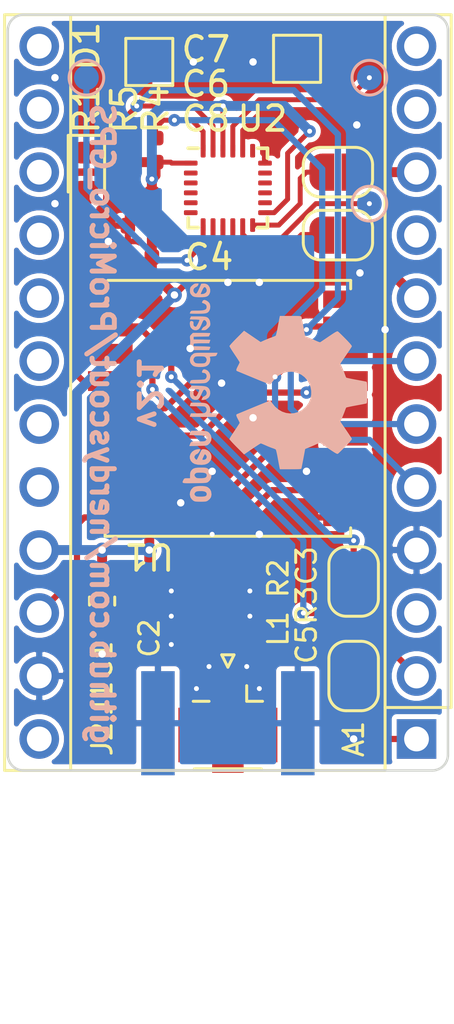
<source format=kicad_pcb>
(kicad_pcb (version 20171130) (host pcbnew 5.1.5-52549c5~84~ubuntu18.04.1)
  (title_block (title ProMicro_GPS) (date 2020-03-05) (rev v2.2) (company https://twitter.com/nerdyscout84) (comment 1 "CERN Open Hardware Licence v1.2") (comment 2 https://github.com/nerdyscout/ProMicro_GPS))
  (layers (0 F.Cu mixed) (31 B.Cu mixed) (34 B.Paste user) (35 F.Paste user hide) (36 B.SilkS user) (37 F.SilkS user) (38 B.Mask user) (39 F.Mask user) (44 Edge.Cuts user))
  (net 0 "")
  (net 1 GND)
  (net 2 +3V3)
  (net 3 "Net-(C3-Pad1)")
  (net 4 "Net-(L1-Pad1)")
  (net 5 "Net-(R2-Pad2)")
  (net 6 Reset)
  (net 7 D4)
  (net 8 "Net-(D1-Pad2)")
  (net 9 "Net-(JP1-Pad2)")
  (net 10 D7)
  (net 11 D5)
  (net 12 D3)
  (net 13 D2)
  (net 14 D0)
  (net 15 D1)
  (net 16 "Net-(C4-Pad1)")
  (net 17 "Net-(C5-Pad1)")
  (net 18 "Net-(JP2-Pad1)")
  (net 19 "Net-(R1-Pad2)")
  (net 20 "Net-(TP1-Pad1)")
  (net 21 "Net-(TP2-Pad1)")
  (net 22 "Net-(TP3-Pad1)")
  (net 23 "Net-(JP3-Pad2)")
  (net 24 "Net-(JP4-Pad2)")
  (module Jumper:SolderJumper-2_P1.3mm_Bridged_RoundedPad1.0x1.5mm (layer F.Cu) (at 135.89 109.22 90)
    (fp_text reference JP4 hide)
    (fp_text value Jumper_NC_Small)
    (fp_poly (pts (xy 0.25 -0.3) (xy -0.25 -0.3) (xy -0.25 0.3) (xy 0.25 0.3)) (layer F.Cu) (width 0))
    (pad 1 smd custom (at -0.65 0 90) (size 1 0.5) (layers F.Cu F.Mask) (net 15 D1) (options (clearance outline) (anchor rect)) (primitives (gr_circle (center 0 0.25) (end 0.5 0.25) (width 0)) (gr_circle (center 0 -0.25) (end 0.5 -0.25) (width 0)) (gr_poly (pts (xy 0 -0.75) (xy 0.5 -0.75) (xy 0.5 0.75) (xy 0 0.75)) (width 0))))
    (pad 2 smd custom (at 0.65 0 90) (size 1 0.5) (layers F.Cu F.Mask) (net 24 "Net-(JP4-Pad2)") (options (clearance outline) (anchor rect)) (primitives (gr_circle (center 0 0.25) (end 0.5 0.25) (width 0)) (gr_circle (center 0 -0.25) (end 0.5 -0.25) (width 0)) (gr_poly (pts (xy 0 -0.75) (xy -0.5 -0.75) (xy -0.5 0.75) (xy 0 0.75)) (width 0))))
  )
  (module Jumper:SolderJumper-2_P1.3mm_Open_RoundedPad1.0x1.5mm (layer F.Cu) (at 135.89 105.41 90)
    (fp_text reference JP3 hide)
    (fp_text value Jumper_NO_Small)
    (pad 2 smd custom (at 0.65 0 90) (size 1 0.5) (layers F.Cu F.Mask) (net 23 "Net-(JP3-Pad2)") (options (clearance outline) (anchor rect)) (primitives (gr_circle (center 0 0.25) (end 0.5 0.25) (width 0)) (gr_circle (center 0 -0.25) (end 0.5 -0.25) (width 0)) (gr_poly (pts (xy 0 -0.75) (xy -0.5 -0.75) (xy -0.5 0.75) (xy 0 0.75)) (width 0))))
    (pad 1 smd custom (at -0.65 0 90) (size 1 0.5) (layers F.Cu F.Mask) (net 14 D0) (options (clearance outline) (anchor rect)) (primitives (gr_circle (center 0 0.25) (end 0.5 0.25) (width 0)) (gr_circle (center 0 -0.25) (end 0.5 -0.25) (width 0)) (gr_poly (pts (xy 0 -0.75) (xy 0.5 -0.75) (xy 0.5 0.75) (xy 0 0.75)) (width 0))))
  )
  (module Module:Sparkfun_Pro_Micro (layer F.Cu) (at 138.43 111.76 180)
    (fp_text reference A1 (at 2.54 0 90) (layer F.SilkS) (effects (font (size 0.8 0.8) (thickness 0.12))))
    (fp_text value Sparkfun_Pro_Micro_3V3 hide)
    (pad 24 thru_hole oval (at 15.24 0 180) (size 1.6 1.6) (drill 1) (layers *.Cu *.Mask))
    (pad 23 thru_hole oval (at 15.24 2.54 180) (size 1.6 1.6) (drill 1) (layers *.Cu *.Mask) (net 1 GND))
    (pad 22 thru_hole oval (at 15.24 5.08 180) (size 1.6 1.6) (drill 1) (layers *.Cu *.Mask) (net 6 Reset))
    (pad 12 thru_hole oval (at 0 27.94 180) (size 1.6 1.6) (drill 1) (layers *.Cu *.Mask))
    (pad 21 thru_hole oval (at 15.24 7.62 180) (size 1.6 1.6) (drill 1) (layers *.Cu *.Mask) (net 2 +3V3))
    (pad 11 thru_hole oval (at 0 25.4 180) (size 1.6 1.6) (drill 1) (layers *.Cu *.Mask))
    (pad 20 thru_hole oval (at 15.24 10.16 180) (size 1.6 1.6) (drill 1) (layers *.Cu *.Mask))
    (pad 10 thru_hole oval (at 0 22.86 180) (size 1.6 1.6) (drill 1) (layers *.Cu *.Mask) (net 10 D7))
    (pad 19 thru_hole oval (at 15.24 12.7 180) (size 1.6 1.6) (drill 1) (layers *.Cu *.Mask))
    (pad 9 thru_hole oval (at 0 20.32 180) (size 1.6 1.6) (drill 1) (layers *.Cu *.Mask))
    (pad 18 thru_hole oval (at 15.24 15.24 180) (size 1.6 1.6) (drill 1) (layers *.Cu *.Mask))
    (pad 8 thru_hole oval (at 0 17.78 180) (size 1.6 1.6) (drill 1) (layers *.Cu *.Mask) (net 11 D5))
    (pad 17 thru_hole oval (at 15.24 17.78 180) (size 1.6 1.6) (drill 1) (layers *.Cu *.Mask))
    (pad 7 thru_hole oval (at 0 15.24 180) (size 1.6 1.6) (drill 1) (layers *.Cu *.Mask) (net 7 D4))
    (pad 16 thru_hole oval (at 15.24 20.32 180) (size 1.6 1.6) (drill 1) (layers *.Cu *.Mask))
    (pad 6 thru_hole oval (at 0 12.7 180) (size 1.6 1.6) (drill 1) (layers *.Cu *.Mask) (net 12 D3))
    (pad 15 thru_hole oval (at 15.24 22.86 180) (size 1.6 1.6) (drill 1) (layers *.Cu *.Mask))
    (pad 5 thru_hole oval (at 0 10.16 180) (size 1.6 1.6) (drill 1) (layers *.Cu *.Mask) (net 13 D2))
    (pad 14 thru_hole oval (at 15.24 25.4 180) (size 1.6 1.6) (drill 1) (layers *.Cu *.Mask))
    (pad 4 thru_hole oval (at 0 7.62 180) (size 1.6 1.6) (drill 1) (layers *.Cu *.Mask) (net 1 GND))
    (pad 13 thru_hole oval (at 15.24 27.94 180) (size 1.6 1.6) (drill 1) (layers *.Cu *.Mask))
    (pad 3 thru_hole oval (at 0 5.08 180) (size 1.6 1.6) (drill 1) (layers *.Cu *.Mask))
    (pad 2 thru_hole oval (at 0 2.54 180) (size 1.6 1.6) (drill 1) (layers *.Cu *.Mask) (net 14 D0))
    (pad 1 thru_hole rect (at 0 0 180) (size 1.6 1.6) (drill 1) (layers *.Cu *.Mask) (net 15 D1))
  )
  (module TestPoint:TestPoint_Pad_1.5x1.5mm (layer F.Cu) (at 133.604 84.328 90)
    (fp_text reference TP5 hide)
    (fp_text value TestPoint)
    (pad 1 smd rect (at 0 0 90) (size 1.5 1.5) (layers F.Cu F.Mask) (net 1 GND))
  )
  (module TestPoint:TestPoint_Pad_1.5x1.5mm (layer F.Cu) (at 127.635 84.455)
    (fp_text reference TP4 hide)
    (fp_text value TestPoint)
    (pad 1 smd rect (at 0 0) (size 1.5 1.5) (layers F.Cu F.Mask) (net 1 GND))
  )
  (module Capacitor_SMD:C_0402_1005Metric (layer F.Cu) (at 127.254 92.329 180)
    (fp_text reference C8 (at -2.667 5.588 180) (layer F.SilkS))
    (fp_text value 100n)
    (pad 2 smd roundrect (at 0.485 0 180) (size 0.59 0.64) (layers F.Cu F.Paste F.Mask) (net 1 GND))
    (pad 1 smd roundrect (at -0.485 0 180) (size 0.59 0.64) (layers F.Cu F.Paste F.Mask) (net 2 +3V3))
  )
  (module Resistor_SMD:R_0402_1005Metric (layer F.Cu) (at 126.619 88.011 90)
    (fp_text reference R5 (at 1.651 0 90) (layer F.SilkS))
    (fp_text value 4k7)
    (pad 2 smd roundrect (at 0.485 0 90) (size 0.59 0.64) (layers F.Cu F.Paste F.Mask) (net 12 D3))
    (pad 1 smd roundrect (at -0.485 0 90) (size 0.59 0.64) (layers F.Cu F.Paste F.Mask) (net 2 +3V3))
  )
  (module Resistor_SMD:R_0402_1005Metric (layer F.Cu) (at 127.889 88.011 90)
    (fp_text reference R4 (at 1.651 0 90) (layer F.SilkS))
    (fp_text value 4k7)
    (pad 2 smd roundrect (at 0.485 0 90) (size 0.59 0.64) (layers F.Cu F.Paste F.Mask) (net 13 D2))
    (pad 1 smd roundrect (at -0.485 0 90) (size 0.59 0.64) (layers F.Cu F.Paste F.Mask) (net 2 +3V3))
  )
  (module Capacitor_SMD:C_0402_1005Metric (layer F.Cu) (at 127.254 89.789 180)
    (fp_text reference C7 (at -2.667 5.842) (layer F.SilkS))
    (fp_text value 100n)
    (pad 2 smd roundrect (at 0.485 0 180) (size 0.59 0.64) (layers F.Cu F.Paste F.Mask) (net 1 GND))
    (pad 1 smd roundrect (at -0.485 0 180) (size 0.59 0.64) (layers F.Cu F.Paste F.Mask) (net 2 +3V3))
  )
  (module Capacitor_SMD:C_0402_1005Metric (layer F.Cu) (at 127.254 91.059 180)
    (fp_text reference C6 (at -2.667 5.715) (layer F.SilkS))
    (fp_text value 10n)
    (pad 2 smd roundrect (at 0.485 0 180) (size 0.59 0.64) (layers F.Cu F.Paste F.Mask) (net 1 GND))
    (pad 1 smd roundrect (at -0.485 0 180) (size 0.59 0.64) (layers F.Cu F.Paste F.Mask) (net 2 +3V3))
  )
  (module Capacitor_SMD:C_0402_1005Metric (layer F.Cu) (at 132.08 92.329)
    (fp_text reference C4 (at -2.032 0) (layer F.SilkS))
    (fp_text value 100n)
    (pad 2 smd roundrect (at 0.485 0) (size 0.59 0.64) (layers F.Cu F.Paste F.Mask) (net 1 GND))
    (pad 1 smd roundrect (at -0.485 0) (size 0.59 0.64) (layers F.Cu F.Paste F.Mask) (net 16 "Net-(C4-Pad1)"))
  )
  (module TestPoint:TestPoint_Pad_D1.0mm (layer B.Cu) (at 125.095 85.09)
    (fp_text reference TP3 hide)
    (fp_text value AUX_SCL)
    (pad 1 smd circle (at 0 0) (size 1 1) (layers B.Cu B.Mask) (net 22 "Net-(TP3-Pad1)"))
  )
  (module TestPoint:TestPoint_Pad_D1.0mm (layer B.Cu) (at 136.525 85.09)
    (fp_text reference TP2 hide)
    (fp_text value AUX_SDA)
    (pad 1 smd circle (at 0 0) (size 1 1) (layers B.Cu B.Mask) (net 21 "Net-(TP2-Pad1)"))
  )
  (module TestPoint:TestPoint_Pad_D1.0mm (layer B.Cu) (at 136.525 90.17)
    (fp_text reference TP1 hide)
    (fp_text value FSYNC)
    (pad 1 smd circle (at 0 0) (size 1 1) (layers B.Cu B.Mask) (net 20 "Net-(TP1-Pad1)"))
  )
  (module Sensor_Motion:InvenSense_QFN-24_3x3mm_P0.4mm (layer F.Cu) (at 130.81 89.535)
    (fp_text reference U2 (at 1.397 -2.794 180) (layer F.SilkS))
    (fp_text value MPU-9250)
    (pad 24 smd roundrect (at -1 -1.5 90) (size 0.55 0.2) (layers F.Cu F.Paste F.Mask) (net 13 D2))
    (pad 23 smd roundrect (at -0.6 -1.5 90) (size 0.55 0.2) (layers F.Cu F.Paste F.Mask) (net 12 D3))
    (pad 22 smd roundrect (at -0.2 -1.5 90) (size 0.55 0.2) (layers F.Cu F.Paste F.Mask) (net 2 +3V3))
    (pad 21 smd roundrect (at 0.2 -1.5 90) (size 0.55 0.2) (layers F.Cu F.Paste F.Mask) (net 21 "Net-(TP2-Pad1)"))
    (pad 20 smd roundrect (at 0.6 -1.5 90) (size 0.55 0.2) (layers F.Cu F.Paste F.Mask) (net 1 GND))
    (pad 19 smd roundrect (at 1 -1.5 90) (size 0.55 0.2) (layers F.Cu F.Paste F.Mask))
    (pad 18 smd roundrect (at 1.5 -1) (size 0.55 0.2) (layers F.Cu F.Paste F.Mask) (net 1 GND))
    (pad 17 smd roundrect (at 1.5 -0.6) (size 0.55 0.2) (layers F.Cu F.Paste F.Mask))
    (pad 16 smd roundrect (at 1.5 -0.2) (size 0.55 0.2) (layers F.Cu F.Paste F.Mask))
    (pad 15 smd roundrect (at 1.5 0.2) (size 0.55 0.2) (layers F.Cu F.Paste F.Mask))
    (pad 14 smd roundrect (at 1.5 0.6) (size 0.55 0.2) (layers F.Cu F.Paste F.Mask))
    (pad 13 smd roundrect (at 1.5 1) (size 0.55 0.2) (layers F.Cu F.Paste F.Mask) (net 2 +3V3))
    (pad 12 smd roundrect (at 1 1.5 90) (size 0.55 0.2) (layers F.Cu F.Paste F.Mask) (net 18 "Net-(JP2-Pad1)"))
    (pad 11 smd roundrect (at 0.6 1.5 90) (size 0.55 0.2) (layers F.Cu F.Paste F.Mask) (net 20 "Net-(TP1-Pad1)"))
    (pad 10 smd roundrect (at 0.2 1.5 90) (size 0.55 0.2) (layers F.Cu F.Paste F.Mask) (net 16 "Net-(C4-Pad1)"))
    (pad 9 smd roundrect (at -0.2 1.5 90) (size 0.55 0.2) (layers F.Cu F.Paste F.Mask) (net 2 +3V3))
    (pad 8 smd roundrect (at -0.6 1.5 90) (size 0.55 0.2) (layers F.Cu F.Paste F.Mask) (net 2 +3V3))
    (pad 7 smd roundrect (at -1 1.5 90) (size 0.55 0.2) (layers F.Cu F.Paste F.Mask) (net 22 "Net-(TP3-Pad1)"))
    (pad 6 smd roundrect (at -1.5 1) (size 0.55 0.2) (layers F.Cu F.Paste F.Mask))
    (pad 5 smd roundrect (at -1.5 0.6) (size 0.55 0.2) (layers F.Cu F.Paste F.Mask))
    (pad 4 smd roundrect (at -1.5 0.2) (size 0.55 0.2) (layers F.Cu F.Paste F.Mask))
    (pad 3 smd roundrect (at -1.5 -0.2) (size 0.55 0.2) (layers F.Cu F.Paste F.Mask))
    (pad 2 smd roundrect (at -1.5 -0.6) (size 0.55 0.2) (layers F.Cu F.Paste F.Mask))
    (pad 1 smd roundrect (at -1.5 -1) (size 0.55 0.2) (layers F.Cu F.Paste F.Mask) (net 2 +3V3))
  )
  (module Symbol:OSHW-Logo2_9.8x8mm_SilkScreen (layer B.Cu) (at 132.715 97.79 90)
    (fp_text reference LOGO1 hide)
    (fp_text value Logo_Open_Hardware_Small hide)
  )
  (module Jumper:SolderJumper-2_P1.3mm_Open_RoundedPad1.0x1.5mm (layer F.Cu) (at 135.255 88.9)
    (fp_text reference JP2 hide)
    (fp_text value SolderJumper_2_Open)
    (pad 2 smd custom (at 0.65 0) (size 1 0.5) (layers F.Cu F.Mask) (net 10 D7) (options (clearance outline) (anchor rect)) (primitives (gr_circle (center 0 0.25) (end 0.5 0.25) (width 0)) (gr_circle (center 0 -0.25) (end 0.5 -0.25) (width 0)) (gr_poly (pts (xy 0 -0.75) (xy -0.5 -0.75) (xy -0.5 0.75) (xy 0 0.75)) (width 0))))
    (pad 1 smd custom (at -0.65 0) (size 1 0.5) (layers F.Cu F.Mask) (net 18 "Net-(JP2-Pad1)") (options (clearance outline) (anchor rect)) (primitives (gr_circle (center 0 0.25) (end 0.5 0.25) (width 0)) (gr_circle (center 0 -0.25) (end 0.5 -0.25) (width 0)) (gr_poly (pts (xy 0 -0.75) (xy 0.5 -0.75) (xy 0.5 0.75) (xy 0 0.75)) (width 0))))
  )
  (module Connector_Coaxial:U.FL_Hirose_U.FL-R-SMT-1_Vertical (layer F.Cu) (at 130.81 111.125 270)
    (fp_text reference J1 (at -1.016 5.08 90) (layer F.SilkS) (effects (font (size 0.8 0.8) (thickness 0.12))))
    (fp_text value uFL)
    (pad 2 smd rect (at 0.475 -1.475 270) (size 2.2 1.05) (layers F.Cu F.Paste F.Mask) (net 1 GND))
    (pad 1 smd rect (at -1.05 0 270) (size 1.05 1) (layers F.Cu F.Paste F.Mask) (net 17 "Net-(C5-Pad1)"))
    (pad 2 smd rect (at 0.475 1.475 270) (size 2.2 1.05) (layers F.Cu F.Paste F.Mask) (net 1 GND))
  )
  (module Capacitor_SMD:C_0402_1005Metric (layer F.Cu) (at 127.635 105.895 270)
    (fp_text reference C2 (at 1.801 0 90) (layer F.SilkS) (effects (font (size 0.8 0.8) (thickness 0.12))))
    (fp_text value 100nF)
    (pad 2 smd roundrect (at 0.485 0 270) (size 0.59 0.64) (layers F.Cu F.Paste F.Mask) (net 1 GND))
    (pad 1 smd roundrect (at -0.485 0 270) (size 0.59 0.64) (layers F.Cu F.Paste F.Mask) (net 2 +3V3))
  )
  (module Resistor_SMD:R_0402_1005Metric (layer F.Cu) (at 125.095 92.075 270)
    (fp_text reference R1 (at -5.715 0 270) (layer F.SilkS))
    (fp_text value 1k)
    (pad 2 smd roundrect (at 0.485 0 270) (size 0.59 0.64) (layers F.Cu F.Paste F.Mask) (net 19 "Net-(R1-Pad2)"))
    (pad 1 smd roundrect (at -0.485 0 270) (size 0.59 0.64) (layers F.Cu F.Paste F.Mask) (net 8 "Net-(D1-Pad2)"))
  )
  (module Jumper:SolderJumper-2_P1.3mm_Open_RoundedPad1.0x1.5mm (layer F.Cu) (at 135.255 91.44 180)
    (fp_text reference JP1 hide)
    (fp_text value SolderJumper_2_Open)
    (pad 2 smd custom (at 0.65 0 180) (size 1 0.5) (layers F.Cu F.Mask) (net 9 "Net-(JP1-Pad2)") (options (clearance outline) (anchor rect)) (primitives (gr_circle (center 0 0.25) (end 0.5 0.25) (width 0)) (gr_circle (center 0 -0.25) (end 0.5 -0.25) (width 0)) (gr_poly (pts (xy 0 -0.75) (xy -0.5 -0.75) (xy -0.5 0.75) (xy 0 0.75)) (width 0))))
    (pad 1 smd custom (at -0.65 0 180) (size 1 0.5) (layers F.Cu F.Mask) (net 11 D5) (options (clearance outline) (anchor rect)) (primitives (gr_circle (center 0 0.25) (end 0.5 0.25) (width 0)) (gr_circle (center 0 -0.25) (end 0.5 -0.25) (width 0)) (gr_poly (pts (xy 0 -0.75) (xy 0.5 -0.75) (xy 0.5 0.75) (xy 0 0.75)) (width 0))))
  )
  (module LED_SMD:LED_0603_1608Metric (layer F.Cu) (at 125.095 88.9 270)
    (fp_text reference D1 (at -5.08 0 90) (layer F.SilkS))
    (fp_text value LED)
    (pad 2 smd roundrect (at 0.7875 0 270) (size 0.875 0.95) (layers F.Cu F.Paste F.Mask) (net 8 "Net-(D1-Pad2)"))
    (pad 1 smd roundrect (at -0.7875 0 270) (size 0.875 0.95) (layers F.Cu F.Paste F.Mask) (net 1 GND))
  )
  (module Capacitor_SMD:C_0603_1608Metric (layer F.Cu) (at 125.73 106.1975 270)
    (fp_text reference C1 (at 2.3875 0 90) (layer F.SilkS) (effects (font (size 0.8 0.8) (thickness 0.12))))
    (fp_text value 4,7µ)
    (pad 2 smd roundrect (at 0.7875 0 270) (size 0.875 0.95) (layers F.Cu F.Paste F.Mask) (net 1 GND))
    (pad 1 smd roundrect (at -0.7875 0 270) (size 0.875 0.95) (layers F.Cu F.Paste F.Mask) (net 2 +3V3))
  )
  (module Resistor_SMD:R_0402_1005Metric (layer F.Cu) (at 129.54 105.26 90)
    (fp_text reference R2 (at -0.023 3.302 90) (layer F.SilkS) (effects (font (size 0.8 0.8) (thickness 0.12))))
    (fp_text value 10)
    (pad 2 smd roundrect (at 0.485 0 90) (size 0.59 0.64) (layers F.Cu F.Paste F.Mask) (net 5 "Net-(R2-Pad2)"))
    (pad 1 smd roundrect (at -0.485 0 90) (size 0.59 0.64) (layers F.Cu F.Paste F.Mask) (net 4 "Net-(L1-Pad1)"))
  )
  (module Inductor_SMD:L_0402_1005Metric (layer F.Cu) (at 129.54 107.465 270)
    (fp_text reference L1 (at -0.15 -3.302 90) (layer F.SilkS) (effects (font (size 0.8 0.8) (thickness 0.12))))
    (fp_text value 27n)
    (pad 2 smd roundrect (at 0.485 0 270) (size 0.59 0.64) (layers F.Cu F.Paste F.Mask) (net 17 "Net-(C5-Pad1)"))
    (pad 1 smd roundrect (at -0.485 0 270) (size 0.59 0.64) (layers F.Cu F.Paste F.Mask) (net 4 "Net-(L1-Pad1)"))
  )
  (module Resistor_SMD:R_0402_1005Metric (layer F.Cu) (at 130.81 106.3625 90)
    (fp_text reference R3 (at 0 3.175 90) (layer F.SilkS) (effects (font (size 0.8 0.8) (thickness 0.12))))
    (fp_text value 0)
    (pad 2 smd roundrect (at 0.485 0 90) (size 0.59 0.64) (layers F.Cu F.Paste F.Mask) (net 3 "Net-(C3-Pad1)"))
    (pad 1 smd roundrect (at -0.485 0 90) (size 0.59 0.64) (layers F.Cu F.Paste F.Mask) (net 17 "Net-(C5-Pad1)"))
  )
  (module Capacitor_SMD:C_0402_1005Metric (layer F.Cu) (at 131.295 107.95)
    (fp_text reference C5 (at 2.69 0 90) (layer F.SilkS) (effects (font (size 0.8 0.8) (thickness 0.12))))
    (fp_text value DNP hide)
    (pad 2 smd roundrect (at 0.485 0) (size 0.59 0.64) (layers F.Cu F.Paste F.Mask) (net 1 GND))
    (pad 1 smd roundrect (at -0.485 0) (size 0.59 0.64) (layers F.Cu F.Paste F.Mask) (net 17 "Net-(C5-Pad1)"))
  )
  (module Capacitor_SMD:C_0402_1005Metric (layer F.Cu) (at 131.295 104.775)
    (fp_text reference C3 (at 2.69 0 90) (layer F.SilkS) (effects (font (size 0.8 0.8) (thickness 0.12))))
    (fp_text value DNP hide)
    (pad 2 smd roundrect (at 0.485 0) (size 0.59 0.64) (layers F.Cu F.Paste F.Mask) (net 1 GND))
    (pad 1 smd roundrect (at -0.485 0) (size 0.59 0.64) (layers F.Cu F.Paste F.Mask) (net 3 "Net-(C3-Pad1)"))
  )
  (module Connector_Coaxial:SMA_Samtec_SMA-J-P-H-ST-EM1_EdgeMount (layer F.Cu) (at 130.81 111.125 270)
    (fp_text reference J2 (at 0.635 5.08 90) (layer F.SilkS) (effects (font (size 0.8 0.8) (thickness 0.12))))
    (fp_text value Coax)
    (pad 1 smd rect (at 0.2 0) (size 1.27 3.6) (layers F.Cu F.Paste F.Mask) (net 17 "Net-(C5-Pad1)"))
    (pad 2 smd rect (at 0 -2.825) (size 1.35 4.2) (layers F.Cu F.Paste F.Mask) (net 1 GND))
    (pad 2 smd rect (at 0 2.825) (size 1.35 4.2) (layers F.Cu F.Paste F.Mask) (net 1 GND))
    (pad 2 smd rect (at 0 -2.825) (size 1.35 4.2) (layers B.Cu B.Paste B.Mask) (net 1 GND))
    (pad 2 smd rect (at 0 2.825) (size 1.35 4.2) (layers B.Cu B.Paste B.Mask) (net 1 GND))
  )
  (module RF_GPS:ublox_MAX (layer F.Cu) (at 130.81 98.425)
    (fp_text reference U1 (at -3.175 5.969 180 unlocked) (layer F.SilkS))
    (fp_text value MAX-8C)
    (pad 1 smd rect (at -4.75 -4.4) (size 1.8 0.7) (layers F.Cu F.Paste F.Mask) (net 1 GND))
    (pad 2 smd rect (at -4.75 -3.3) (size 1.8 0.8) (layers F.Cu F.Paste F.Mask) (net 23 "Net-(JP3-Pad2)"))
    (pad 3 smd rect (at -4.75 -2.2) (size 1.8 0.8) (layers F.Cu F.Paste F.Mask) (net 24 "Net-(JP4-Pad2)"))
    (pad 4 smd rect (at -4.75 -1.1) (size 1.8 0.8) (layers F.Cu F.Paste F.Mask) (net 19 "Net-(R1-Pad2)"))
    (pad 5 smd rect (at -4.75 0) (size 1.8 0.8) (layers F.Cu F.Paste F.Mask) (net 9 "Net-(JP1-Pad2)"))
    (pad 6 smd rect (at -4.75 1.1) (size 1.8 0.8) (layers F.Cu F.Paste F.Mask) (net 7 D4))
    (pad 7 smd rect (at -4.75 2.2) (size 1.8 0.8) (layers F.Cu F.Paste F.Mask) (net 2 +3V3))
    (pad 8 smd rect (at -4.75 3.3) (size 1.8 0.8) (layers F.Cu F.Paste F.Mask) (net 2 +3V3))
    (pad 9 smd rect (at -4.75 4.4) (size 1.8 0.7) (layers F.Cu F.Paste F.Mask) (net 6 Reset))
    (pad 10 smd rect (at 4.75 4.4) (size 1.8 0.7) (layers F.Cu F.Paste F.Mask) (net 1 GND))
    (pad 11 smd rect (at 4.75 3.3) (size 1.8 0.8) (layers F.Cu F.Paste F.Mask) (net 3 "Net-(C3-Pad1)"))
    (pad 12 smd rect (at 4.75 2.2) (size 1.8 0.8) (layers F.Cu F.Paste F.Mask) (net 1 GND))
    (pad 13 smd rect (at 4.75 1.1) (size 1.8 0.8) (layers F.Cu F.Paste F.Mask))
    (pad 14 smd rect (at 4.75 0) (size 1.8 0.8) (layers F.Cu F.Paste F.Mask) (net 5 "Net-(R2-Pad2)"))
    (pad 15 smd rect (at 4.75 -1.1) (size 1.8 0.8) (layers F.Cu F.Paste F.Mask))
    (pad 16 smd rect (at 4.75 -2.2) (size 1.8 0.8) (layers F.Cu F.Paste F.Mask) (net 13 D2))
    (pad 17 smd rect (at 4.75 -3.3) (size 1.8 0.8) (layers F.Cu F.Paste F.Mask) (net 12 D3))
    (pad 18 smd rect (at 4.75 -4.4) (size 1.8 0.7) (layers F.Cu F.Paste F.Mask))
  )
  (gr_text v2.1 (at 127.635 97.79 270) (layer B.SilkS) (effects (font (size 0.9 0.9) (thickness 0.2)) (justify mirror)))
  (gr_text github.com/nerdyscout/ProMicro_GPS (at 125.73 99.06 270) (layer B.SilkS) (effects (font (size 0.9 0.9) (thickness 0.2)) (justify mirror)))
  (gr_arc (start 122.555 112.395) (end 121.92 112.395) (angle -90) (layer Edge.Cuts) (width 0.1))
  (gr_arc (start 122.555 83.185) (end 122.555 82.55) (angle -90) (layer Edge.Cuts) (width 0.1))
  (gr_arc (start 139.065 83.185) (end 139.7 83.185) (angle -90) (layer Edge.Cuts) (width 0.1))
  (gr_arc (start 139.065 112.395) (end 139.065 113.03) (angle -90) (layer Edge.Cuts) (width 0.1))
  (gr_line (start 139.7 83.185) (end 139.7 112.395) (layer Edge.Cuts) (width 0.1))
  (gr_line (start 122.555 82.55) (end 139.065 82.55) (layer Edge.Cuts) (width 0.1))
  (gr_line (start 121.92 112.395) (end 121.92 83.185) (layer Edge.Cuts) (width 0.1))
  (gr_line (start 139.065 113.03) (end 122.555 113.03) (layer Edge.Cuts) (width 0.1))
  (via (at 135.89 111.76) (size 0.6) (drill 0.3) (layers F.Cu B.Cu) (net 1))
  (via (at 130.048 108.839) (size 0.5) (drill 0.2) (layers F.Cu B.Cu) (net 1))
  (via (at 131.572 108.839) (size 0.5) (drill 0.2) (layers F.Cu B.Cu) (net 1))
  (via (at 131.699 106.807) (size 0.5) (drill 0.2) (layers F.Cu B.Cu) (net 1))
  (via (at 131.699 105.791) (size 0.5) (drill 0.2) (layers F.Cu B.Cu) (net 1))
  (via (at 128.524 107.95) (size 0.5) (drill 0.2) (layers F.Cu B.Cu) (net 1))
  (via (at 128.524 106.807) (size 0.5) (drill 0.2) (layers F.Cu B.Cu) (net 1))
  (via (at 128.524 105.791) (size 0.5) (drill 0.2) (layers F.Cu B.Cu) (net 1))
  (via (at 129.54 109.728) (size 0.5) (drill 0.2) (layers F.Cu B.Cu) (net 1))
  (via (at 132.08 109.728) (size 0.5) (drill 0.2) (layers F.Cu B.Cu) (net 1))
  (via (at 125.73 108.331) (size 0.6) (drill 0.3) (layers F.Cu B.Cu) (net 1))
  (via (at 136.144 92.964) (size 0.6) (drill 0.3) (layers F.Cu B.Cu) (net 1))
  (via (at 128.905 102.235) (size 0.6) (drill 0.3) (layers F.Cu B.Cu) (net 1))
  (via (at 130.175 100.965) (size 0.6) (drill 0.3) (layers F.Cu B.Cu) (net 1))
  (via (at 132.08 103.505) (size 0.6) (drill 0.3) (layers F.Cu B.Cu) (net 1))
  (via (at 133.985 100.965) (size 0.6) (drill 0.3) (layers F.Cu B.Cu) (net 1))
  (via (at 131.826 98.806) (size 0.6) (drill 0.3) (layers F.Cu B.Cu) (net 1))
  (via (at 132.08 93.345) (size 0.6) (drill 0.3) (layers F.Cu B.Cu) (net 1))
  (via (at 130.81 93.345) (size 0.6) (drill 0.3) (layers F.Cu B.Cu) (net 1))
  (via (at 125.984 91.694) (size 0.6) (drill 0.3) (layers F.Cu B.Cu) (net 1))
  (via (at 130.556 97.409) (size 0.6) (drill 0.3) (layers F.Cu B.Cu) (net 1))
  (via (at 137.16 95.25) (size 0.6) (drill 0.3) (layers F.Cu B.Cu) (net 1))
  (segment (start 131.41 88.035) (end 131.41 87.214698) (width 0.2) (layer F.Cu) (net 1))
  (segment (start 131.41 87.214698) (end 131.537349 87.087349) (width 0.2) (layer F.Cu) (net 1))
  (via (at 130.175 103.505) (size 0.5) (drill 0.2) (layers F.Cu B.Cu) (net 1))
  (via (at 136.017 86.995) (size 0.6) (drill 0.3) (layers F.Cu B.Cu) (net 1))
  (via (at 123.825 90.17) (size 0.6) (drill 0.3) (layers F.Cu B.Cu) (net 1))
  (via (at 129.413 84.455) (size 0.6) (drill 0.3) (layers F.Cu B.Cu) (net 1))
  (via (at 131.826 84.455) (size 0.6) (drill 0.3) (layers F.Cu B.Cu) (net 1))
  (via (at 129.286 96.012) (size 0.6) (drill 0.3) (layers F.Cu B.Cu) (net 1))
  (via (at 123.825 85.09) (size 0.6) (drill 0.3) (layers F.Cu B.Cu) (net 1))
  (segment (start 127.21 101.725) (end 127.635 102.15) (width 0.4) (layer F.Cu) (net 2))
  (segment (start 127.635 102.15) (end 127.635 104.14) (width 0.4) (layer F.Cu) (net 2))
  (segment (start 127.635 105.41) (end 127.635 104.14) (width 0.4) (layer F.Cu) (net 2))
  (via (at 127.635 104.14) (size 0.6) (drill 0.3) (layers F.Cu B.Cu) (net 2))
  (segment (start 126.06 101.725) (end 127.21 101.725) (width 0.4) (layer F.Cu) (net 2))
  (segment (start 125.73 105.41) (end 127.635 105.41) (width 0.4) (layer F.Cu) (net 2))
  (via (at 125.73 104.14) (size 0.6) (drill 0.3) (layers F.Cu B.Cu) (net 2))
  (segment (start 127.635 104.14) (end 125.73 104.14) (width 0.4) (layer B.Cu) (net 2))
  (segment (start 125.73 105.41) (end 125.73 104.14) (width 0.4) (layer F.Cu) (net 2))
  (segment (start 126.06 100.625) (end 127.295 100.625) (width 0.4) (layer F.Cu) (net 2))
  (segment (start 127.295 100.625) (end 127.635 100.965) (width 0.4) (layer F.Cu) (net 2))
  (segment (start 127.635 100.965) (end 127.635 102.15) (width 0.4) (layer F.Cu) (net 2))
  (segment (start 125.73 104.14) (end 124.714 104.14) (width 0.4) (layer B.Cu) (net 2))
  (segment (start 124.714 104.14) (end 123.19 104.14) (width 0.4) (layer B.Cu) (net 2))
  (segment (start 127.739 92.329) (end 127.739 91.717) (width 0.4) (layer F.Cu) (net 2))
  (segment (start 127.739 91.059) (end 127.739 91.717) (width 0.4) (layer F.Cu) (net 2))
  (segment (start 127.739 89.789) (end 127.739 90.528) (width 0.4) (layer F.Cu) (net 2))
  (segment (start 127.739 91.059) (end 127.739 90.528) (width 0.4) (layer F.Cu) (net 2))
  (segment (start 126.619 88.496) (end 127.231 88.496) (width 0.4) (layer F.Cu) (net 2))
  (segment (start 127.889 88.496) (end 127.231 88.496) (width 0.4) (layer F.Cu) (net 2))
  (segment (start 127.739 89.177) (end 127.739 89.789) (width 0.4) (layer F.Cu) (net 2))
  (segment (start 127.889 88.496) (end 127.889 89.027) (width 0.4) (layer F.Cu) (net 2))
  (segment (start 127.889 89.027) (end 127.739 89.177) (width 0.4) (layer F.Cu) (net 2))
  (segment (start 129.31 88.535) (end 128.54 88.535) (width 0.2) (layer F.Cu) (net 2))
  (segment (start 128.501 88.496) (end 128.54 88.535) (width 0.2) (layer F.Cu) (net 2))
  (segment (start 127.889 88.496) (end 128.501 88.496) (width 0.2) (layer F.Cu) (net 2))
  (via (at 130.6195 86.22949) (size 0.5) (drill 0.2) (layers F.Cu B.Cu) (net 2))
  (segment (start 130.61 86.23899) (end 130.6195 86.22949) (width 0.2) (layer F.Cu) (net 2))
  (segment (start 130.61 88.035) (end 130.61 86.23899) (width 0.2) (layer F.Cu) (net 2))
  (via (at 128.650994 93.853) (size 0.6) (drill 0.3) (layers F.Cu B.Cu) (net 2))
  (segment (start 130.61 91.035) (end 130.61 91.893994) (width 0.2) (layer F.Cu) (net 2))
  (segment (start 128.400995 94.102999) (end 128.650994 93.853) (width 0.4) (layer B.Cu) (net 2))
  (segment (start 127.739 92.941006) (end 128.650994 93.853) (width 0.4) (layer F.Cu) (net 2))
  (segment (start 130.21 92.293994) (end 128.650994 93.853) (width 0.25) (layer F.Cu) (net 2))
  (segment (start 124.714 104.14) (end 124.714 97.789994) (width 0.4) (layer B.Cu) (net 2))
  (segment (start 124.714 97.789994) (end 128.400995 94.102999) (width 0.4) (layer B.Cu) (net 2))
  (segment (start 130.21 91.035) (end 130.21 92.293994) (width 0.2) (layer F.Cu) (net 2))
  (segment (start 127.739 92.329) (end 127.739 92.941006) (width 0.4) (layer F.Cu) (net 2))
  (via (at 127.739 89.177) (size 0.5) (drill 0.2) (layers F.Cu B.Cu) (net 2))
  (segment (start 127.739 86.637) (end 127.739 89.177) (width 0.4) (layer B.Cu) (net 2))
  (segment (start 130.6195 86.22949) (end 128.14651 86.22949) (width 0.4) (layer B.Cu) (net 2))
  (segment (start 128.14651 86.22949) (end 127.739 86.637) (width 0.4) (layer B.Cu) (net 2))
  (via (at 134.112 87.249) (size 0.5) (drill 0.2) (layers F.Cu B.Cu) (net 2))
  (segment (start 130.6195 86.22949) (end 133.09249 86.22949) (width 0.4) (layer B.Cu) (net 2))
  (segment (start 133.09249 86.22949) (end 134.112 87.249) (width 0.4) (layer B.Cu) (net 2))
  (segment (start 133.223 89.9922) (end 133.223 88.138) (width 0.2) (layer F.Cu) (net 2))
  (segment (start 133.223 88.138) (end 133.862001 87.498999) (width 0.2) (layer F.Cu) (net 2))
  (segment (start 132.6802 90.535) (end 133.223 89.9922) (width 0.2) (layer F.Cu) (net 2))
  (segment (start 132.31 90.535) (end 132.6802 90.535) (width 0.2) (layer F.Cu) (net 2))
  (segment (start 133.862001 87.498999) (end 134.112 87.249) (width 0.2) (layer F.Cu) (net 2))
  (segment (start 130.61 91.893994) (end 130.21 92.293994) (width 0.2) (layer F.Cu) (net 2))
  (segment (start 130.81 105.8775) (end 130.81 104.902) (width 0.4) (layer F.Cu) (net 3))
  (segment (start 130.81 103.505) (end 130.81 104.775) (width 0.25) (layer F.Cu) (net 3))
  (segment (start 135.56 101.725) (end 132.59 101.725) (width 0.25) (layer F.Cu) (net 3))
  (segment (start 132.59 101.725) (end 130.81 103.505) (width 0.25) (layer F.Cu) (net 3))
  (segment (start 129.54 105.745) (end 129.54 106.934) (width 0.4) (layer F.Cu) (net 4))
  (segment (start 134.20725 98.425) (end 135.56 98.425) (width 0.25) (layer F.Cu) (net 5))
  (segment (start 129.54 104.775) (end 129.54 103.09225) (width 0.25) (layer F.Cu) (net 5))
  (segment (start 129.54 103.09225) (end 134.20725 98.425) (width 0.25) (layer F.Cu) (net 5))
  (segment (start 125.013 102.825) (end 126.06 102.825) (width 0.25) (layer F.Cu) (net 6))
  (segment (start 124.714 103.124) (end 125.013 102.825) (width 0.25) (layer F.Cu) (net 6))
  (segment (start 123.19 106.68) (end 124.714 105.156) (width 0.25) (layer F.Cu) (net 6))
  (segment (start 124.714 105.156) (end 124.714 103.124) (width 0.25) (layer F.Cu) (net 6))
  (via (at 133.985 97.79) (size 0.5) (drill 0.2) (layers F.Cu B.Cu) (net 7))
  (segment (start 138.43 96.52) (end 135.255 96.52) (width 0.25) (layer B.Cu) (net 7))
  (segment (start 135.255 96.52) (end 133.985 97.79) (width 0.25) (layer B.Cu) (net 7))
  (segment (start 131.445 97.79) (end 133.985 97.79) (width 0.25) (layer F.Cu) (net 7))
  (segment (start 126.06 99.525) (end 129.71 99.525) (width 0.25) (layer F.Cu) (net 7))
  (segment (start 129.71 99.525) (end 131.445 97.79) (width 0.25) (layer F.Cu) (net 7))
  (segment (start 125.095 91.59) (end 125.095 91.295) (width 0.4) (layer F.Cu) (net 8))
  (segment (start 125.095 89.6875) (end 125.095 91.295) (width 0.4) (layer F.Cu) (net 8))
  (segment (start 128.27 98.425) (end 126.06 98.425) (width 0.25) (layer F.Cu) (net 9))
  (segment (start 133.7945 91.44) (end 133.35 91.8845) (width 0.25) (layer F.Cu) (net 9))
  (segment (start 134.605 91.44) (end 133.7945 91.44) (width 0.25) (layer F.Cu) (net 9))
  (segment (start 133.35 93.345) (end 128.27 98.425) (width 0.25) (layer F.Cu) (net 9))
  (segment (start 133.35 91.8845) (end 133.35 93.345) (width 0.25) (layer F.Cu) (net 9))
  (segment (start 135.905 88.9) (end 138.43 88.9) (width 0.4) (layer F.Cu) (net 10))
  (segment (start 135.905 91.44) (end 136.525 91.44) (width 0.4) (layer F.Cu) (net 11))
  (segment (start 136.525 91.44) (end 137.16 92.075) (width 0.4) (layer F.Cu) (net 11))
  (segment (start 137.16 92.075) (end 137.16 92.71) (width 0.4) (layer F.Cu) (net 11))
  (segment (start 137.16 92.71) (end 138.43 93.98) (width 0.4) (layer F.Cu) (net 11))
  (via (at 133.985 95.25) (size 0.5) (drill 0.2) (layers F.Cu B.Cu) (net 12))
  (segment (start 134.11 95.125) (end 133.985 95.25) (width 0.25) (layer F.Cu) (net 12))
  (segment (start 135.56 95.125) (end 134.11 95.125) (width 0.25) (layer F.Cu) (net 12))
  (segment (start 133.98497 99.06) (end 138.43 99.06) (width 0.25) (layer B.Cu) (net 12))
  (segment (start 133.98497 99.05997) (end 133.98497 99.06) (width 0.25) (layer B.Cu) (net 12))
  (segment (start 133.35 98.425) (end 133.98497 99.05997) (width 0.25) (layer B.Cu) (net 12))
  (segment (start 133.985 95.25) (end 133.35 95.885) (width 0.25) (layer B.Cu) (net 12))
  (segment (start 133.35 95.885) (end 133.35 98.425) (width 0.25) (layer B.Cu) (net 12))
  (via (at 127.126998 86.233) (size 0.5) (drill 0.2) (layers F.Cu B.Cu) (net 12))
  (segment (start 135.255 93.98) (end 135.255 87.376) (width 0.25) (layer B.Cu) (net 12))
  (segment (start 133.477 85.598) (end 127.761998 85.598) (width 0.25) (layer B.Cu) (net 12))
  (segment (start 133.985 95.25) (end 135.255 93.98) (width 0.25) (layer B.Cu) (net 12))
  (segment (start 135.255 87.376) (end 133.477 85.598) (width 0.25) (layer B.Cu) (net 12))
  (segment (start 127.761998 85.598) (end 127.376997 85.983001) (width 0.25) (layer B.Cu) (net 12))
  (segment (start 127.376997 85.983001) (end 127.126998 86.233) (width 0.25) (layer B.Cu) (net 12))
  (segment (start 126.619 86.740998) (end 127.126998 86.233) (width 0.2) (layer F.Cu) (net 12))
  (segment (start 129.413 86.233) (end 127.480551 86.233) (width 0.2) (layer F.Cu) (net 12))
  (segment (start 130.21 87.03) (end 129.413 86.233) (width 0.2) (layer F.Cu) (net 12))
  (segment (start 127.480551 86.233) (end 127.126998 86.233) (width 0.2) (layer F.Cu) (net 12))
  (segment (start 130.21 88.035) (end 130.21 87.03) (width 0.2) (layer F.Cu) (net 12))
  (segment (start 126.619 87.526) (end 126.619 86.740998) (width 0.2) (layer F.Cu) (net 12))
  (segment (start 127.889 87.122) (end 127.889 87.503) (width 0.2) (layer F.Cu) (net 13))
  (segment (start 128.2065 86.8045) (end 127.889 87.122) (width 0.2) (layer F.Cu) (net 13))
  (segment (start 129.81 88.035) (end 129.81 87.265) (width 0.2) (layer F.Cu) (net 13))
  (segment (start 129.81 87.265) (end 129.3495 86.8045) (width 0.2) (layer F.Cu) (net 13))
  (via (at 128.651 86.8045) (size 0.5) (drill 0.2) (layers F.Cu B.Cu) (net 13))
  (segment (start 132.6515 86.8045) (end 134.62 88.773) (width 0.25) (layer B.Cu) (net 13))
  (segment (start 128.651 86.8045) (end 132.6515 86.8045) (width 0.25) (layer B.Cu) (net 13))
  (segment (start 132.715 95.531447) (end 132.715 96.801447) (width 0.25) (layer B.Cu) (net 13))
  (segment (start 134.62 88.773) (end 134.62 93.626447) (width 0.25) (layer B.Cu) (net 13))
  (segment (start 134.62 93.626447) (end 132.715 95.531447) (width 0.25) (layer B.Cu) (net 13))
  (segment (start 132.715 96.801447) (end 132.715 97.155) (width 0.25) (layer B.Cu) (net 13))
  (segment (start 129.3495 86.8045) (end 128.651 86.8045) (width 0.2) (layer F.Cu) (net 13))
  (segment (start 128.2065 86.8045) (end 128.651 86.8045) (width 0.2) (layer F.Cu) (net 13))
  (segment (start 133.645 96.225) (end 132.715 97.155) (width 0.25) (layer F.Cu) (net 13))
  (segment (start 135.56 96.225) (end 133.645 96.225) (width 0.25) (layer F.Cu) (net 13))
  (via (at 132.715 97.155) (size 0.5) (drill 0.2) (layers F.Cu B.Cu) (net 13))
  (segment (start 132.715 99.05998) (end 132.715 97.155) (width 0.25) (layer B.Cu) (net 13))
  (segment (start 133.35002 99.695) (end 132.715 99.05998) (width 0.25) (layer B.Cu) (net 13))
  (segment (start 138.43 101.6) (end 136.525 99.695) (width 0.25) (layer B.Cu) (net 13))
  (segment (start 136.525 99.695) (end 133.35002 99.695) (width 0.25) (layer B.Cu) (net 13))
  (segment (start 135.89 106.68) (end 135.89 106.045) (width 0.25) (layer F.Cu) (net 14))
  (segment (start 138.43 109.22) (end 135.89 106.68) (width 0.25) (layer F.Cu) (net 14))
  (segment (start 135.89 110.744) (end 135.89 109.855) (width 0.25) (layer F.Cu) (net 15))
  (segment (start 138.43 111.76) (end 136.906 111.76) (width 0.25) (layer F.Cu) (net 15))
  (segment (start 136.906 111.76) (end 135.89 110.744) (width 0.25) (layer F.Cu) (net 15))
  (segment (start 131.468 92.329) (end 131.191 92.329) (width 0.2) (layer F.Cu) (net 16))
  (segment (start 131.595 92.329) (end 131.191 92.329) (width 0.2) (layer F.Cu) (net 16))
  (segment (start 131.01 91.31) (end 131.01 91.035) (width 0.2) (layer F.Cu) (net 16))
  (segment (start 131.191 92.329) (end 131.01 92.148) (width 0.2) (layer F.Cu) (net 16))
  (segment (start 131.01 92.148) (end 131.01 91.31) (width 0.2) (layer F.Cu) (net 16))
  (segment (start 130.81 110.075) (end 130.81 107.95) (width 0.4) (layer F.Cu) (net 17))
  (segment (start 130.81 106.8475) (end 130.81 107.95) (width 0.4) (layer F.Cu) (net 17))
  (segment (start 129.54 107.95) (end 130.81 107.95) (width 0.4) (layer F.Cu) (net 17))
  (segment (start 133.985 88.9) (end 134.605 88.9) (width 0.2) (layer F.Cu) (net 18))
  (segment (start 131.81 91.035) (end 132.866 91.035) (width 0.2) (layer F.Cu) (net 18))
  (segment (start 133.731 89.154) (end 133.985 88.9) (width 0.2) (layer F.Cu) (net 18))
  (segment (start 133.731 90.17) (end 133.731 89.154) (width 0.2) (layer F.Cu) (net 18))
  (segment (start 132.866 91.035) (end 133.731 90.17) (width 0.2) (layer F.Cu) (net 18))
  (segment (start 124.96 97.325) (end 126.06 97.325) (width 0.25) (layer F.Cu) (net 19))
  (segment (start 124.61 92.56) (end 124.46 92.71) (width 0.25) (layer F.Cu) (net 19))
  (segment (start 125.095 92.56) (end 124.61 92.56) (width 0.25) (layer F.Cu) (net 19))
  (segment (start 124.46 92.71) (end 124.46 96.825) (width 0.25) (layer F.Cu) (net 19))
  (segment (start 124.46 96.825) (end 124.96 97.325) (width 0.25) (layer F.Cu) (net 19))
  (via (at 136.525 90.17) (size 0.5) (drill 0.2) (layers F.Cu B.Cu) (net 20))
  (segment (start 131.41 91.405) (end 131.61501 91.61001) (width 0.2) (layer F.Cu) (net 20))
  (segment (start 131.61501 91.61001) (end 132.92599 91.61001) (width 0.2) (layer F.Cu) (net 20))
  (segment (start 134.366 90.17) (end 136.525 90.17) (width 0.2) (layer F.Cu) (net 20))
  (segment (start 131.41 91.035) (end 131.41 91.405) (width 0.2) (layer F.Cu) (net 20))
  (segment (start 132.92599 91.61001) (end 134.366 90.17) (width 0.2) (layer F.Cu) (net 20))
  (via (at 136.525 85.09) (size 0.5) (drill 0.2) (layers F.Cu B.Cu) (net 21))
  (segment (start 135.636 85.979) (end 136.525 85.09) (width 0.2) (layer F.Cu) (net 21))
  (segment (start 131.01 88.035) (end 131.01 87.049) (width 0.2) (layer F.Cu) (net 21))
  (segment (start 132.08 85.979) (end 135.636 85.979) (width 0.2) (layer F.Cu) (net 21))
  (segment (start 131.01 87.049) (end 132.08 85.979) (width 0.2) (layer F.Cu) (net 21))
  (via (at 129.159 92.456) (size 0.5) (drill 0.2) (layers F.Cu B.Cu) (net 22))
  (segment (start 129.81 91.805) (end 129.159 92.456) (width 0.2) (layer F.Cu) (net 22))
  (segment (start 129.81 91.035) (end 129.81 91.805) (width 0.2) (layer F.Cu) (net 22))
  (segment (start 125.095 85.09) (end 125.095 89.535) (width 0.25) (layer B.Cu) (net 22))
  (segment (start 128.143 92.456) (end 129.159 92.456) (width 0.25) (layer B.Cu) (net 22))
  (segment (start 128.016 92.456) (end 128.143 92.456) (width 0.25) (layer B.Cu) (net 22))
  (segment (start 125.095 89.535) (end 128.016 92.456) (width 0.25) (layer B.Cu) (net 22))
  (segment (start 128.524 96.439) (end 128.524 97.155) (width 0.25) (layer F.Cu) (net 23))
  (via (at 128.524 97.155) (size 0.5) (drill 0.2) (layers F.Cu B.Cu) (net 23))
  (segment (start 126.06 95.125) (end 127.21 95.125) (width 0.25) (layer F.Cu) (net 23))
  (segment (start 127.21 95.125) (end 128.524 96.439) (width 0.25) (layer F.Cu) (net 23))
  (segment (start 128.524 97.155) (end 133.731 102.362) (width 0.25) (layer B.Cu) (net 23))
  (via (at 135.89 103.759) (size 0.5) (drill 0.2) (layers F.Cu B.Cu) (net 23))
  (segment (start 133.731 102.362) (end 135.128 103.759) (width 0.25) (layer B.Cu) (net 23))
  (segment (start 135.128 103.759) (end 135.89 103.759) (width 0.25) (layer B.Cu) (net 23))
  (segment (start 135.89 103.759) (end 135.89 104.775) (width 0.25) (layer F.Cu) (net 23))
  (via (at 127.762 97.663) (size 0.5) (drill 0.2) (layers F.Cu B.Cu) (net 24))
  (segment (start 127.762 96.777) (end 127.762 97.663) (width 0.25) (layer F.Cu) (net 24))
  (segment (start 126.06 96.225) (end 127.21 96.225) (width 0.25) (layer F.Cu) (net 24))
  (segment (start 127.21 96.225) (end 127.762 96.777) (width 0.25) (layer F.Cu) (net 24))
  (segment (start 127.762 97.663) (end 130.556 100.457) (width 0.25) (layer B.Cu) (net 24))
  (via (at 133.858 106.68) (size 0.5) (drill 0.2) (layers F.Cu B.Cu) (net 24))
  (segment (start 130.556 100.457) (end 133.858 103.759) (width 0.25) (layer B.Cu) (net 24))
  (segment (start 133.858 103.759) (end 133.858 106.68) (width 0.25) (layer B.Cu) (net 24))
  (segment (start 133.858 106.68) (end 134.874 106.68) (width 0.25) (layer F.Cu) (net 24))
  (segment (start 134.874 106.68) (end 135.89 107.696) (width 0.25) (layer F.Cu) (net 24))
  (segment (start 135.89 107.696) (end 135.89 108.585) (width 0.25) (layer F.Cu) (net 24))
  (zone (net 1) (net_name GND) (layer F.Cu) (connect_pads (clearance 0.2)) (min_thickness 0.2) (fill yes (arc_segments 32) (thermal_gap 0.2) (thermal_bridge_width 0.25))
    (polygon (pts (xy 121.92 82.55) (xy 139.7 82.55) (xy 139.699998 113.03) (xy 121.92 113.03)))
  )
  (zone (net 1) (net_name GND) (layer B.Cu) (connect_pads (clearance 0.2)) (min_thickness 0.2) (fill yes (arc_segments 32) (thermal_gap 0.2) (thermal_bridge_width 0.25))
    (polygon (pts (xy 121.92 82.55) (xy 139.7 82.55) (xy 139.699998 113.03) (xy 121.92 113.03)))
  )
  (zone (net 0) (net_name "") (layer B.Cu) (connect_pads (clearance 0.254)) (min_thickness 0.254)
    (keepout (tracks not_allowed) (vias not_allowed) (copperpour not_allowed))
    (fill (arc_segments 32) (thermal_gap 0.508) (thermal_bridge_width 0.508))
    (polygon (pts (xy 134.62 91.44) (xy 129.159 91.44) (xy 128.143 90.424) (xy 128.143 87.249) (xy 134.62 87.249)))
  )
)
</source>
